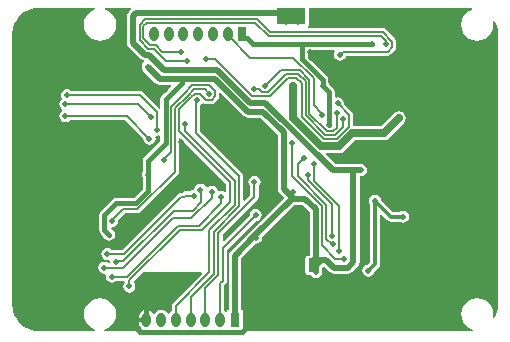
<source format=gbl>
G04*
G04 #@! TF.GenerationSoftware,Altium Limited,Altium Designer,19.1.2 (11)*
G04*
G04 Layer_Physical_Order=2*
G04 Layer_Color=8421376*
%FSLAX25Y25*%
%MOIN*%
G70*
G01*
G75*
%ADD16C,0.00800*%
%ADD19C,0.00600*%
%ADD86C,0.01500*%
%ADD88C,0.01200*%
%ADD89C,0.02000*%
%ADD93R,0.03150X0.04724*%
%ADD94O,0.03150X0.04724*%
%ADD95C,0.02000*%
%ADD96C,0.02500*%
%ADD97R,0.03500X0.04500*%
%ADD98R,0.09500X0.05500*%
G36*
X155494Y110096D02*
X155377Y109506D01*
X154532Y109156D01*
X153419Y108302D01*
X152564Y107188D01*
X152027Y105892D01*
X151844Y104500D01*
X152027Y103108D01*
X152564Y101812D01*
X153419Y100698D01*
X154532Y99844D01*
X155829Y99306D01*
X157220Y99123D01*
X158612Y99306D01*
X159909Y99844D01*
X161022Y100698D01*
X161877Y101812D01*
X162414Y103108D01*
X162597Y104500D01*
X162449Y105625D01*
X162933Y105780D01*
X163510Y104701D01*
X164023Y103010D01*
X164196Y101251D01*
X164188Y101164D01*
X164155Y101000D01*
Y11065D01*
X164211Y10781D01*
X164091Y9558D01*
X163578Y7868D01*
X162923Y6641D01*
X162439Y6797D01*
X162597Y8000D01*
X162414Y9392D01*
X161877Y10688D01*
X161022Y11802D01*
X159909Y12656D01*
X158612Y13194D01*
X157220Y13377D01*
X155829Y13194D01*
X154532Y12656D01*
X153419Y11802D01*
X152564Y10688D01*
X152027Y9392D01*
X151844Y8000D01*
X152027Y6608D01*
X152564Y5312D01*
X153419Y4198D01*
X154532Y3344D01*
X155719Y2852D01*
X155665Y2345D01*
X155252Y2304D01*
X155164Y2312D01*
X155000Y2345D01*
X79438D01*
X79059Y2638D01*
Y9362D01*
X78523D01*
Y26640D01*
X83370Y31487D01*
X83500Y31461D01*
X84280Y31616D01*
X84942Y32058D01*
X85384Y32720D01*
X85539Y33500D01*
X85513Y33630D01*
X96345Y44461D01*
X99155D01*
X101461Y42155D01*
Y27711D01*
X101174Y27520D01*
X101000D01*
X100610Y27442D01*
X100279Y27221D01*
X100058Y26890D01*
X99980Y26500D01*
Y22000D01*
X100058Y21610D01*
X100279Y21279D01*
X100610Y21058D01*
X101000Y20980D01*
X101776D01*
X102058Y20558D01*
X102720Y20116D01*
X103500Y19961D01*
X104280Y20116D01*
X104942Y20558D01*
X105384Y21220D01*
X105539Y22000D01*
X105520Y22098D01*
Y23276D01*
X105942Y23558D01*
X105970Y23600D01*
X106467Y23649D01*
X108058Y22058D01*
X108720Y21616D01*
X109500Y21461D01*
X114200D01*
X114980Y21616D01*
X115642Y22058D01*
X117442Y23858D01*
X117442Y23858D01*
X117884Y24520D01*
X118039Y25300D01*
Y53961D01*
X118500D01*
X119280Y54116D01*
X119942Y54558D01*
X120384Y55220D01*
X120539Y56000D01*
X120384Y56780D01*
X119942Y57442D01*
X119280Y57884D01*
X118500Y58039D01*
X116500D01*
X116500Y58039D01*
X116500Y58039D01*
X109985D01*
X106781Y61244D01*
X106972Y61706D01*
X111199D01*
X112077Y61881D01*
X112822Y62378D01*
X116427Y65984D01*
X126176D01*
X127054Y66158D01*
X127798Y66656D01*
X132821Y71679D01*
X133319Y72423D01*
X133493Y73301D01*
X133319Y74179D01*
X132821Y74923D01*
X132077Y75420D01*
X131199Y75595D01*
X130321Y75420D01*
X129577Y74923D01*
X125226Y70572D01*
X115825D01*
Y74539D01*
X115725Y75046D01*
X115437Y75476D01*
X112781Y78132D01*
X112809Y78269D01*
X112653Y79050D01*
X112211Y79711D01*
X111550Y80153D01*
X110769Y80309D01*
X110284Y80212D01*
X109784Y80572D01*
Y82124D01*
X109649Y82806D01*
X109262Y83385D01*
X107856Y84791D01*
X107821Y84967D01*
X107625Y85259D01*
Y86194D01*
X107490Y86877D01*
X107103Y87456D01*
X107103Y87456D01*
X100784Y93774D01*
Y96216D01*
X109640D01*
X109907Y95716D01*
X109616Y95280D01*
X109461Y94500D01*
X109616Y93720D01*
X110058Y93058D01*
X110720Y92616D01*
X111500Y92461D01*
X112280Y92616D01*
X112942Y93058D01*
X113384Y93720D01*
X113474Y94174D01*
X127500D01*
X128007Y94275D01*
X128437Y94563D01*
X129937Y96063D01*
X130225Y96493D01*
X130325Y97000D01*
Y98828D01*
X130225Y99336D01*
X129937Y99766D01*
X126766Y102937D01*
X126336Y103225D01*
X125828Y103325D01*
X100942D01*
X100805Y103606D01*
X100752Y103825D01*
X100942Y104110D01*
X101020Y104500D01*
Y110000D01*
X101147Y110155D01*
X155435D01*
X155494Y110096D01*
D02*
G37*
G36*
X79558Y74058D02*
X80220Y73616D01*
X81000Y73461D01*
X85155D01*
X90761Y67855D01*
Y49700D01*
X90916Y48920D01*
X91358Y48258D01*
X92866Y46750D01*
X81558Y35442D01*
X75042Y28926D01*
X74600Y28265D01*
X74445Y27484D01*
Y9362D01*
X73909D01*
Y8780D01*
X73409Y8611D01*
X73399Y8624D01*
X72990Y8938D01*
Y17700D01*
X73409Y18119D01*
X73409Y18119D01*
X73719Y18582D01*
X73827Y19128D01*
X73827Y19128D01*
Y29405D01*
X83435Y39012D01*
X83452Y39009D01*
X84232Y39164D01*
X84894Y39606D01*
X85336Y40268D01*
X85491Y41048D01*
X85336Y41828D01*
X84894Y42490D01*
X84232Y42932D01*
X83452Y43087D01*
X82672Y42932D01*
X82010Y42490D01*
X81568Y41828D01*
X81413Y41048D01*
X81416Y41031D01*
X72862Y32477D01*
X72400Y32668D01*
Y34401D01*
X84009Y46011D01*
X84009Y46011D01*
X84319Y46474D01*
X84427Y47020D01*
Y50548D01*
X84442Y50558D01*
X84884Y51220D01*
X85039Y52000D01*
X84884Y52780D01*
X84442Y53442D01*
X83780Y53884D01*
X83000Y54039D01*
X82220Y53884D01*
X81558Y53442D01*
X81116Y52780D01*
X80961Y52000D01*
X81116Y51220D01*
X81558Y50558D01*
X81573Y50548D01*
Y47611D01*
X79787Y45826D01*
X79325Y46018D01*
Y54000D01*
X79225Y54507D01*
X78937Y54937D01*
X64917Y68958D01*
Y77707D01*
X65442Y78058D01*
X65713Y78464D01*
X65965Y78489D01*
X66395Y78201D01*
X66902Y78101D01*
X68795D01*
X69302Y78201D01*
X69732Y78489D01*
X70904Y79660D01*
X71191Y80090D01*
X71292Y80598D01*
Y81617D01*
X71792Y81824D01*
X79558Y74058D01*
D02*
G37*
G36*
X11336Y110188D02*
X11500Y110155D01*
X29916D01*
X30015Y109655D01*
X28812Y109156D01*
X27698Y108302D01*
X26844Y107188D01*
X26307Y105892D01*
X26123Y104500D01*
X26307Y103108D01*
X26844Y101812D01*
X27698Y100698D01*
X28812Y99844D01*
X30108Y99306D01*
X31500Y99123D01*
X32892Y99306D01*
X34188Y99844D01*
X35302Y100698D01*
X36156Y101812D01*
X36694Y103108D01*
X36877Y104500D01*
X36694Y105892D01*
X36156Y107188D01*
X35302Y108302D01*
X34188Y109156D01*
X32985Y109655D01*
X33084Y110155D01*
X41736D01*
X41943Y109655D01*
X41058Y108770D01*
X40616Y108109D01*
X40461Y107328D01*
Y98500D01*
X40616Y97720D01*
X41058Y97058D01*
X45058Y93058D01*
X45720Y92616D01*
X46030Y92554D01*
X46136Y92023D01*
X45976Y91917D01*
X45534Y91256D01*
X45379Y90475D01*
X45534Y89695D01*
X45976Y89033D01*
X49952Y85058D01*
X49952Y85058D01*
X50613Y84616D01*
X51394Y84461D01*
X51394Y84461D01*
X55098D01*
X55289Y83999D01*
X52188Y80898D01*
X51802Y80319D01*
X51666Y79637D01*
Y76754D01*
X51166Y76547D01*
X45776Y81937D01*
X45346Y82225D01*
X44839Y82326D01*
X22020D01*
X21942Y82442D01*
X21280Y82884D01*
X20500Y83039D01*
X19720Y82884D01*
X19058Y82442D01*
X18616Y81780D01*
X18461Y81000D01*
X18616Y80220D01*
X18957Y79709D01*
X18558Y79442D01*
X18116Y78780D01*
X17961Y78000D01*
X18116Y77220D01*
X18558Y76558D01*
X18944Y76300D01*
Y75700D01*
X18558Y75442D01*
X18116Y74780D01*
X17961Y74000D01*
X18116Y73220D01*
X18558Y72558D01*
X19220Y72116D01*
X20000Y71961D01*
X20780Y72116D01*
X21442Y72558D01*
X21452Y72573D01*
X39909D01*
X45964Y66517D01*
X45961Y66500D01*
X46116Y65720D01*
X46558Y65058D01*
X47220Y64616D01*
X48000Y64461D01*
X48780Y64616D01*
X49442Y65058D01*
X49884Y65720D01*
X50039Y66500D01*
X49927Y67065D01*
X50270Y67477D01*
X50312Y67498D01*
X50500Y67461D01*
X51166Y67593D01*
X51666Y67318D01*
Y65689D01*
X46238Y60262D01*
X45851Y59683D01*
X45716Y59000D01*
Y55430D01*
X45616Y55280D01*
X45461Y54500D01*
X45616Y53720D01*
X45716Y53570D01*
Y49739D01*
X42761Y46784D01*
X37000D01*
X36317Y46648D01*
X35738Y46262D01*
X35738Y46262D01*
X31738Y42262D01*
X31352Y41683D01*
X31216Y41000D01*
Y36000D01*
X31352Y35317D01*
X31738Y34738D01*
X32581Y33896D01*
X32616Y33720D01*
X33058Y33058D01*
X33720Y32616D01*
X34500Y32461D01*
X35280Y32616D01*
X35942Y33058D01*
X36384Y33720D01*
X36539Y34500D01*
X36384Y35280D01*
X35942Y35942D01*
X35280Y36384D01*
X35250Y36501D01*
X35322Y36633D01*
X35642Y36989D01*
X36280Y37116D01*
X36942Y37558D01*
X37384Y38220D01*
X37539Y39000D01*
X37457Y39411D01*
X39721Y41675D01*
X44000D01*
X44507Y41775D01*
X44937Y42063D01*
X57437Y54563D01*
X57725Y54993D01*
X57825Y55500D01*
Y66647D01*
X58287Y66838D01*
X73674Y51451D01*
Y48888D01*
X73175Y48621D01*
X72780Y48884D01*
X72000Y49039D01*
X71220Y48884D01*
X70765Y49181D01*
X70685Y49582D01*
X70243Y50243D01*
X69582Y50685D01*
X68801Y50840D01*
X68021Y50685D01*
X67396Y50268D01*
X67225Y50272D01*
X66833Y50356D01*
X66442Y50942D01*
X65780Y51384D01*
X65000Y51539D01*
X64220Y51384D01*
X63558Y50942D01*
X63116Y50280D01*
X62967Y49533D01*
X62220Y49384D01*
X61558Y48942D01*
X61548Y48927D01*
X59777D01*
X59777Y48927D01*
X59231Y48819D01*
X58795Y48527D01*
X58580D01*
X58580Y48527D01*
X58034Y48419D01*
X57570Y48109D01*
X57570Y48109D01*
X38889Y29427D01*
X35452D01*
X35442Y29442D01*
X34780Y29884D01*
X34000Y30039D01*
X33220Y29884D01*
X32558Y29442D01*
X32116Y28780D01*
X31961Y28000D01*
X32116Y27220D01*
X32558Y26558D01*
X33220Y26116D01*
X34000Y25961D01*
X34565Y26073D01*
X34977Y25730D01*
X34998Y25688D01*
X34961Y25500D01*
X34998Y25314D01*
X34875Y25165D01*
X34442Y24942D01*
X33780Y25384D01*
X33000Y25539D01*
X32220Y25384D01*
X31558Y24942D01*
X31116Y24280D01*
X30961Y23500D01*
X31116Y22720D01*
X31558Y22058D01*
X32220Y21616D01*
X33000Y21461D01*
X33188Y21498D01*
X33230Y21477D01*
X33573Y21065D01*
X33461Y20500D01*
X33616Y19720D01*
X34058Y19058D01*
X34720Y18616D01*
X35500Y18461D01*
X36280Y18616D01*
X36942Y19058D01*
X36952Y19073D01*
X39507D01*
X39580Y18980D01*
X39728Y18573D01*
X39366Y18030D01*
X39211Y17250D01*
X39366Y16470D01*
X39808Y15808D01*
X40470Y15366D01*
X41250Y15211D01*
X42030Y15366D01*
X42692Y15808D01*
X43134Y16470D01*
X43289Y17250D01*
X43134Y18030D01*
X42692Y18692D01*
X42682Y18789D01*
X45893Y22000D01*
X65328D01*
X65519Y21538D01*
X55790Y11809D01*
X55480Y11345D01*
X55372Y10799D01*
X55372Y10799D01*
Y8938D01*
X54963Y8624D01*
X54627Y8186D01*
X54393Y8139D01*
X54284D01*
X54050Y8186D01*
X53714Y8624D01*
X53176Y9037D01*
X52550Y9296D01*
X51878Y9384D01*
X51206Y9296D01*
X50579Y9037D01*
X50042Y8624D01*
X49706Y8186D01*
X49472Y8139D01*
X49362D01*
X49129Y8186D01*
X48793Y8624D01*
X48255Y9037D01*
X47707Y9264D01*
Y6000D01*
X46957D01*
Y5250D01*
X44360D01*
Y5213D01*
X44448Y4540D01*
X44708Y3914D01*
X45120Y3376D01*
X45658Y2963D01*
X45944Y2845D01*
X45845Y2345D01*
X33084D01*
X32985Y2845D01*
X34188Y3344D01*
X35302Y4198D01*
X36156Y5312D01*
X36694Y6608D01*
X36877Y8000D01*
X36694Y9392D01*
X36156Y10688D01*
X35302Y11802D01*
X34188Y12656D01*
X32892Y13194D01*
X31500Y13377D01*
X30108Y13194D01*
X28812Y12656D01*
X27698Y11802D01*
X26844Y10688D01*
X26307Y9392D01*
X26123Y8000D01*
X26307Y6608D01*
X26844Y5312D01*
X27698Y4198D01*
X28812Y3344D01*
X30015Y2845D01*
X29916Y2345D01*
X10932D01*
X10675Y2294D01*
X9492Y2410D01*
X7801Y2923D01*
X6243Y3756D01*
X4877Y4877D01*
X3756Y6243D01*
X2923Y7801D01*
X2410Y9492D01*
X2237Y11250D01*
X2246Y11337D01*
X2279Y11502D01*
Y101435D01*
X2267Y101495D01*
X2409Y102942D01*
X2922Y104632D01*
X3755Y106191D01*
X4876Y107556D01*
X6241Y108677D01*
X7800Y109510D01*
X9490Y110023D01*
X11248Y110196D01*
X11336Y110188D01*
D02*
G37*
%LPC*%
G36*
X123221Y47819D02*
X122440Y47664D01*
X121779Y47221D01*
X121336Y46560D01*
X121181Y45779D01*
X121336Y44999D01*
X121589Y44621D01*
Y25396D01*
X120666Y24473D01*
X120220Y24384D01*
X119558Y23942D01*
X119116Y23280D01*
X118961Y22500D01*
X119116Y21720D01*
X119558Y21058D01*
X120220Y20616D01*
X121000Y20461D01*
X121780Y20616D01*
X122442Y21058D01*
X122884Y21720D01*
X122973Y22166D01*
X124374Y23567D01*
X124728Y24096D01*
X124852Y24721D01*
Y41188D01*
X125314Y41379D01*
X127347Y39347D01*
X127876Y38993D01*
X128500Y38869D01*
X131342D01*
X131720Y38616D01*
X132500Y38461D01*
X133280Y38616D01*
X133942Y39058D01*
X134384Y39720D01*
X134539Y40500D01*
X134384Y41280D01*
X133942Y41942D01*
X133280Y42384D01*
X132500Y42539D01*
X131720Y42384D01*
X131342Y42131D01*
X129176D01*
X125193Y46114D01*
X125104Y46560D01*
X124662Y47221D01*
X124001Y47664D01*
X123221Y47819D01*
D02*
G37*
G36*
X46207Y9264D02*
X45658Y9037D01*
X45120Y8624D01*
X44708Y8086D01*
X44448Y7460D01*
X44360Y6787D01*
Y6750D01*
X46207D01*
Y9264D01*
D02*
G37*
%LPD*%
D16*
X60000Y69000D02*
Y71500D01*
Y69000D02*
X76500Y52500D01*
Y44480D02*
Y52500D01*
X34000Y28000D02*
X39480D01*
X36130Y23400D02*
X39123D01*
X39480Y28000D02*
X58580Y47100D01*
X39200Y25599D02*
X56101Y42500D01*
X37099Y25599D02*
X39200D01*
X37000Y25500D02*
X37099Y25599D01*
X39123Y23400D02*
X55722Y40000D01*
X62000D01*
X56101Y42500D02*
X62379D01*
X58580Y47100D02*
X59377D01*
X59777Y47500D01*
X63000D01*
X65100Y45221D02*
Y49400D01*
X65000Y49500D02*
X65100Y49400D01*
X62379Y42500D02*
X65100Y45221D01*
X68801Y46801D02*
Y48801D01*
X62000Y40000D02*
X68801Y46801D01*
X72000Y45000D02*
Y47000D01*
X64500Y37500D02*
X72000Y45000D01*
X57500Y37500D02*
X64500D01*
X68000Y35980D02*
X76500Y44480D01*
X70900Y34920D02*
X83000Y47020D01*
X70900Y20920D02*
Y34920D01*
X83000Y47020D02*
Y52000D01*
X68000Y22000D02*
Y35980D01*
X56799Y10799D02*
X68000Y22000D01*
X72400Y29996D02*
X83452Y41048D01*
X40500Y20500D02*
X57500Y37500D01*
X35500Y20500D02*
X40500D01*
X95919Y93500D02*
X102750Y86669D01*
Y85134D02*
Y86669D01*
X81492Y93500D02*
X95919D01*
X102750Y77750D02*
Y85134D01*
X74063Y100929D02*
X81492Y93500D01*
X102750Y77750D02*
X105320Y75180D01*
X36030Y23500D02*
X36130Y23400D01*
X33000Y23500D02*
X36030D01*
X56799Y6000D02*
Y10799D01*
X66642Y16662D02*
X70900Y20920D01*
X66642Y6000D02*
Y16662D01*
X72400Y19128D02*
Y29996D01*
X71563Y18291D02*
X72400Y19128D01*
X71563Y6000D02*
Y18291D01*
X20000Y74000D02*
X40500D01*
X48000Y66500D01*
X105320Y74530D02*
X105550Y74300D01*
X105320Y74530D02*
Y75180D01*
X74063Y100929D02*
Y101500D01*
D19*
X35500Y39328D02*
X39172Y43000D01*
X35500Y39000D02*
Y39328D01*
X39172Y43000D02*
X44000D01*
X103000Y52500D02*
X111341Y44159D01*
Y29012D02*
Y44159D01*
X111328Y29000D02*
X111341Y29012D01*
X109000Y34000D02*
Y44561D01*
X101000Y52561D02*
X109000Y44561D01*
X107000Y33172D02*
Y44500D01*
X97500Y54000D02*
X107000Y44500D01*
X105500Y31000D02*
X110000Y26500D01*
X113000D01*
X107000Y33172D02*
X108872Y31300D01*
X109341D01*
X69828Y93000D02*
X82128Y80700D01*
X67000Y93000D02*
X69828D01*
X52338Y95500D02*
X58500D01*
X50038Y97800D02*
X52338Y95500D01*
X48200Y97800D02*
X50038D01*
X53496Y92504D02*
X60500D01*
X49500Y96500D02*
X53496Y92504D01*
X47662Y96500D02*
X49500D01*
X63591Y68409D02*
Y79659D01*
X98750Y73745D02*
X106095Y66400D01*
X100050Y74283D02*
Y84015D01*
X101350Y74822D02*
Y86089D01*
X52500Y59500D02*
X53000D01*
X66902Y79426D02*
X68795D01*
X64828Y81500D02*
X66902Y79426D01*
X55200Y62200D02*
Y77200D01*
X56500Y76661D02*
X60700Y80862D01*
X56500Y55500D02*
Y76661D01*
X52500Y59500D02*
X55200Y62200D01*
X44000Y43000D02*
X56500Y55500D01*
X63172Y81500D02*
X64828D01*
X55200Y77200D02*
X59400Y81400D01*
Y81405D01*
X62304Y84309D01*
X60700Y80867D02*
X62842Y83009D01*
X58000Y76323D02*
X62000Y80323D01*
X58000Y69000D02*
Y76323D01*
X60700Y80862D02*
Y80867D01*
X62000Y80328D02*
X63172Y81500D01*
X62000Y80323D02*
Y80328D01*
X62842Y83009D02*
X66384D01*
X64000Y79500D02*
Y79818D01*
X58000Y69000D02*
X75000Y52000D01*
X68795Y79426D02*
X69967Y80598D01*
X66384Y83009D02*
X67967Y81426D01*
X62304Y84309D02*
X67912D01*
X69967Y82254D01*
Y80598D02*
Y82254D01*
X82128Y80700D02*
X88200D01*
X63591Y68409D02*
X78000Y54000D01*
Y44000D02*
Y54000D01*
X75000Y45500D02*
Y52000D01*
X65500Y36000D02*
X75000Y45500D01*
X69500Y35500D02*
X78000Y44000D01*
X69500Y21500D02*
Y35500D01*
X58019Y36000D02*
X65500D01*
X95500Y54000D02*
X105500Y44000D01*
Y31000D02*
Y44000D01*
X97500Y54000D02*
Y58000D01*
X95500Y54000D02*
Y65000D01*
X41250Y19231D02*
X58019Y36000D01*
X41250Y17250D02*
Y19231D01*
X97500Y58000D02*
X99500Y60000D01*
X98089Y89350D02*
X101350Y86089D01*
X97550Y88050D02*
X100050Y85550D01*
X97012Y86750D02*
X98750Y85012D01*
X100050Y84015D02*
Y85550D01*
X94250Y86750D02*
X97012D01*
X96015Y88050D02*
X97550D01*
X91850Y89350D02*
X98089D01*
X93426Y88050D02*
X96015D01*
X88200Y80700D02*
X94250Y86750D01*
X98750Y73745D02*
Y85012D01*
X103000Y52500D02*
Y58000D01*
X101000Y52561D02*
Y54500D01*
X44082Y78000D02*
X48391Y73690D01*
X50391Y69609D02*
Y75447D01*
X44839Y81000D02*
X50391Y75447D01*
X20000Y78000D02*
X44082D01*
X50391Y69609D02*
X50500Y69500D01*
X83300Y105200D02*
X87800Y100700D01*
X125138D02*
X126732Y99106D01*
X87800Y100700D02*
X125138D01*
X125828Y102000D02*
X129000Y98828D01*
X88339Y102000D02*
X125828D01*
X83838Y106500D02*
X88339Y102000D01*
X47200Y105200D02*
X83300D01*
X46000Y104000D02*
X47200Y105200D01*
X44700Y104539D02*
X46661Y106500D01*
X83838D01*
X44700Y99462D02*
X47662Y96500D01*
X44700Y99462D02*
Y104539D01*
X46000Y100000D02*
Y104000D01*
Y100000D02*
X48200Y97800D01*
X101350Y74822D02*
X107172Y69000D01*
X100050Y74283D02*
X106633Y67700D01*
X107172Y69000D02*
X109341D01*
X110500Y70160D01*
X106633Y67700D02*
X109879D01*
X106095Y66400D02*
X110417D01*
X20500Y81000D02*
X44839D01*
X61721Y6000D02*
Y13721D01*
X69500Y21500D01*
X83000Y83000D02*
X84672D01*
X87376Y82000D02*
X93426Y88050D01*
X86500Y84000D02*
X91850Y89350D01*
X85672Y82000D02*
X87376D01*
X110500Y70160D02*
Y75000D01*
X112500Y70321D02*
Y73000D01*
X114500Y70483D02*
Y74539D01*
X110769Y78269D02*
X114500Y74539D01*
X110417Y66400D02*
X114500Y70483D01*
X109879Y67700D02*
X112500Y70321D01*
X84672Y83000D02*
X85672Y82000D01*
X112551Y95500D02*
X127500D01*
X129000Y97000D01*
Y98828D01*
X126732Y98268D02*
Y99106D01*
Y98268D02*
X127000Y98000D01*
X111551Y94500D02*
X112551Y95500D01*
X111500Y94500D02*
X111551D01*
D86*
X33000Y41000D02*
X37000Y45000D01*
X33000Y36000D02*
Y41000D01*
Y36000D02*
X34500Y34500D01*
X47500Y49000D02*
Y54500D01*
X43500Y45000D02*
X47500Y49000D01*
X37000Y45000D02*
X43500D01*
X78688Y2188D02*
X81000Y4500D01*
X44812Y2188D02*
X78688D01*
X44000Y3000D02*
X44812Y2188D01*
X85000Y98000D02*
X99000D01*
X82484D02*
X85000D01*
X80597Y99888D02*
X82484Y98000D01*
X79809Y99888D02*
X80597D01*
X78984Y100713D02*
X79809Y99888D01*
X78984Y100713D02*
Y101500D01*
X47500Y54500D02*
Y59000D01*
X53450Y64950D01*
Y79637D01*
X58947Y85133D01*
Y86500D01*
X105841Y84282D02*
Y86194D01*
X99000Y93035D02*
Y98000D01*
Y93035D02*
X105841Y86194D01*
Y84282D02*
X105937Y84187D01*
X108000Y71000D02*
X108000Y71000D01*
Y82124D01*
X99000Y98000D02*
X122137D01*
X105937Y84187D02*
X108000Y82124D01*
D88*
X128500Y40500D02*
X132500D01*
X123221Y24721D02*
Y45779D01*
X121000Y22500D02*
X123221Y24721D01*
Y45779D02*
X128500Y40500D01*
D89*
X86641Y78500D02*
X109141Y56000D01*
X103500Y26000D02*
Y43000D01*
Y26000D02*
X107000D01*
X102500D02*
X103500D01*
X92800Y49700D02*
X95750Y46750D01*
X83000Y34000D02*
X95750Y46750D01*
X76484Y27484D02*
X83000Y34000D01*
X116500Y56000D02*
X118500D01*
X116000Y55500D02*
X116500Y56000D01*
X116000Y25300D02*
Y55500D01*
X114200Y23500D02*
X116000Y25300D01*
X107000Y26000D02*
X109500Y23500D01*
X114200D01*
X53000Y89500D02*
X70500D01*
X48000Y94500D02*
X53000Y89500D01*
X46500Y94500D02*
X48000D01*
X83000Y34000D02*
X83500Y33500D01*
X76484Y6000D02*
Y27484D01*
X114500Y56000D02*
X116500D01*
X109141D02*
X114500D01*
X58947Y86500D02*
X70000D01*
X81000Y75500D01*
X51394Y86500D02*
X58947D01*
X81000Y75500D02*
X86000D01*
X81500Y78500D02*
X86641D01*
X70500Y89500D02*
X81500Y78500D01*
X100000Y46500D02*
X103500Y43000D01*
X96000Y46500D02*
X100000D01*
X92800Y49700D02*
Y68700D01*
X47418Y90475D02*
X51394Y86500D01*
X86000Y75500D02*
X92800Y68700D01*
X91500Y108500D02*
X91875Y108125D01*
X42500Y107328D02*
X43672Y108500D01*
X91500D01*
X42500Y98500D02*
Y107328D01*
Y98500D02*
X46500Y94500D01*
D93*
X76484Y6000D02*
D03*
X78984Y101500D02*
D03*
D94*
X71563Y6000D02*
D03*
X66642D02*
D03*
X61721D02*
D03*
X56799D02*
D03*
X51878D02*
D03*
X46957D02*
D03*
X74063Y101500D02*
D03*
X69142D02*
D03*
X64220D02*
D03*
X59299D02*
D03*
X54378D02*
D03*
X49457D02*
D03*
D95*
X40500Y39356D02*
D03*
X35500Y39000D02*
D03*
X34500Y34500D02*
D03*
X113000Y26500D02*
D03*
X109341Y31300D02*
D03*
X109000Y34000D02*
D03*
X111328Y29000D02*
D03*
X104500Y25000D02*
D03*
X19000Y89500D02*
D03*
X3500Y15500D02*
D03*
X4000Y8500D02*
D03*
X83500Y33500D02*
D03*
X114500Y56000D02*
D03*
X116500D02*
D03*
X53000Y59500D02*
D03*
X64000Y79500D02*
D03*
X60000Y71500D02*
D03*
X67967Y81426D02*
D03*
X66000Y71500D02*
D03*
X53174Y82826D02*
D03*
X60000Y51000D02*
D03*
X63000Y47500D02*
D03*
X65000Y49500D02*
D03*
X68801Y48801D02*
D03*
X40000Y6000D02*
D03*
X27000Y14000D02*
D03*
Y17500D02*
D03*
X20500Y7500D02*
D03*
X15500Y8500D02*
D03*
X96500Y43500D02*
D03*
X98500D02*
D03*
X89000Y47500D02*
D03*
X91000Y46500D02*
D03*
X95500Y69500D02*
D03*
Y65000D02*
D03*
X96000Y84000D02*
D03*
X102000Y93500D02*
D03*
X101500Y95500D02*
D03*
X101000Y54500D02*
D03*
X103000Y58000D02*
D03*
X95827Y48837D02*
D03*
X92500Y36500D02*
D03*
X47418Y90475D02*
D03*
X47500Y54500D02*
D03*
X123000Y72000D02*
D03*
X128500Y45500D02*
D03*
X132500Y40500D02*
D03*
X47000Y20500D02*
D03*
X48391Y73690D02*
D03*
X37500Y90000D02*
D03*
X58500Y65500D02*
D03*
X64500Y54500D02*
D03*
X67500Y56000D02*
D03*
X83500Y64500D02*
D03*
X79500Y58000D02*
D03*
X77000Y63500D02*
D03*
X39000Y104500D02*
D03*
X28500Y96000D02*
D03*
X6000Y94500D02*
D03*
X6500Y102000D02*
D03*
X21000Y105500D02*
D03*
X12500D02*
D03*
X13000Y77000D02*
D03*
X17000Y32500D02*
D03*
X13000Y38500D02*
D03*
X17000Y44500D02*
D03*
Y54500D02*
D03*
X13000Y50500D02*
D03*
X17000Y63000D02*
D03*
X13000Y59000D02*
D03*
Y67500D02*
D03*
X57500Y19000D02*
D03*
X45000Y11000D02*
D03*
X55000Y12000D02*
D03*
X87000Y24000D02*
D03*
X88000Y20000D02*
D03*
X101000Y7000D02*
D03*
X94500Y15000D02*
D03*
X99500Y16000D02*
D03*
X105000D02*
D03*
X118000Y17500D02*
D03*
X117000Y12500D02*
D03*
X117500Y6500D02*
D03*
X143000Y10500D02*
D03*
X138500Y4500D02*
D03*
X133500Y26000D02*
D03*
X138000Y19500D02*
D03*
X143500Y15500D02*
D03*
X149000D02*
D03*
X150500Y34500D02*
D03*
X143000Y39000D02*
D03*
X138500Y38000D02*
D03*
X138000Y55500D02*
D03*
X133000D02*
D03*
X128000D02*
D03*
X110500Y59500D02*
D03*
X113500Y61500D02*
D03*
X118500Y62500D02*
D03*
X135000Y61500D02*
D03*
X132500Y105500D02*
D03*
X138000D02*
D03*
X147500Y97000D02*
D03*
Y93000D02*
D03*
X143000Y84500D02*
D03*
X149000Y79500D02*
D03*
Y60500D02*
D03*
X144500Y64500D02*
D03*
X140000Y67000D02*
D03*
Y71000D02*
D03*
X162500Y16500D02*
D03*
X158500D02*
D03*
X154000Y17500D02*
D03*
X153000Y22000D02*
D03*
Y31000D02*
D03*
X155000Y36500D02*
D03*
X158500D02*
D03*
X162000D02*
D03*
X163000Y58000D02*
D03*
X159500D02*
D03*
X156500D02*
D03*
X153500Y75000D02*
D03*
Y63500D02*
D03*
X162500Y79500D02*
D03*
X159500D02*
D03*
X156500D02*
D03*
X102500Y24000D02*
D03*
X121221Y104500D02*
D03*
X114500D02*
D03*
X96000Y108000D02*
D03*
X97500Y105500D02*
D03*
X93500D02*
D03*
X91875Y108125D02*
D03*
X102500Y26000D02*
D03*
X41250Y17250D02*
D03*
X35500Y20500D02*
D03*
X37000Y25500D02*
D03*
X34000Y28000D02*
D03*
X50500Y69500D02*
D03*
X20000Y78000D02*
D03*
X20500Y81000D02*
D03*
X118500Y56000D02*
D03*
X103500Y22000D02*
D03*
X33000Y23500D02*
D03*
X72000Y47000D02*
D03*
X83452Y41048D02*
D03*
X83000Y52000D02*
D03*
X48000Y66500D02*
D03*
X115607Y68173D02*
D03*
X83000Y83000D02*
D03*
X112500Y73000D02*
D03*
X108000Y71000D02*
D03*
X110500Y75000D02*
D03*
X110769Y78269D02*
D03*
X105550Y74300D02*
D03*
X67000Y93000D02*
D03*
X86500Y84000D02*
D03*
X58500Y95500D02*
D03*
X60500Y92504D02*
D03*
X127000Y98000D02*
D03*
X99500Y60000D02*
D03*
X122137Y98000D02*
D03*
X111500Y94500D02*
D03*
X20000Y74000D02*
D03*
X105937Y84187D02*
D03*
X131199Y73301D02*
D03*
X37000Y49500D02*
D03*
X121000Y22500D02*
D03*
X123221Y45779D02*
D03*
X123721Y85500D02*
D03*
Y81500D02*
D03*
Y89500D02*
D03*
X115720Y85500D02*
D03*
Y81500D02*
D03*
Y89500D02*
D03*
X119720D02*
D03*
Y81500D02*
D03*
Y85500D02*
D03*
D96*
X96000Y73313D02*
X105313Y64000D01*
X96000Y73313D02*
Y84000D01*
X115477Y68278D02*
X126176D01*
X105313Y64000D02*
X111199D01*
X115477Y68278D01*
X126176D02*
X131199Y73301D01*
D97*
X102750Y24250D02*
D03*
D98*
X95250Y107250D02*
D03*
M02*

</source>
